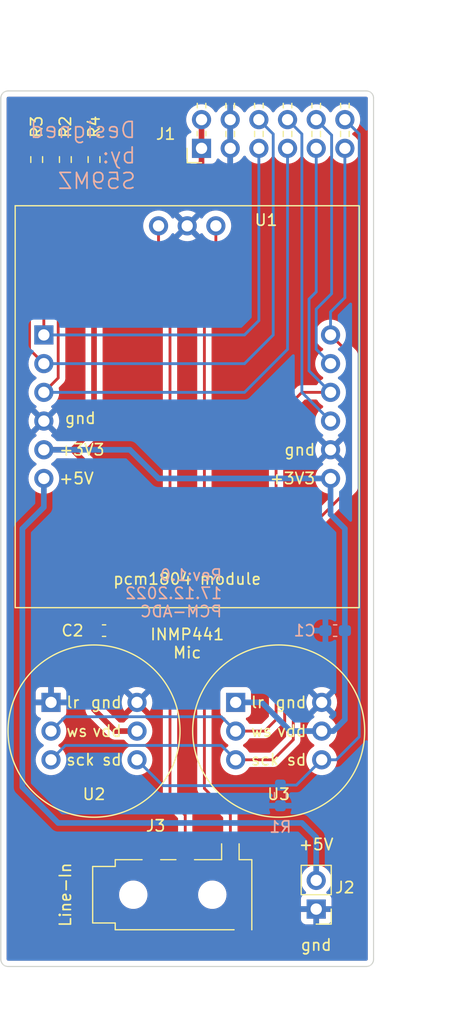
<source format=kicad_pcb>
(kicad_pcb (version 20211014) (generator pcbnew)
  (layers (0 "F.Cu" signal) (31 "B.Cu" signal) (34 "B.Paste" user) (35 "F.Paste" user) (36 "B.SilkS" user "B.Silkscreen") (37 "F.SilkS" user "F.Silkscreen") (38 "B.Mask" user) (39 "F.Mask" user) (44 "Edge.Cuts" user))
  (net 0 "")
  (net 1 "GND")
  (net 2 "+3V3")
  (net 3 "/fmy")
  (net 4 "/md1")
  (net 5 "/md0")
  (net 6 "/sck")
  (net 7 "/lrc")
  (net 8 "/out")
  (net 9 "/bck")
  (net 10 "+5V")
  (net 11 "Net-(J3-PadR1)")
  (net 13 "Net-(J3-PadT)")
  (net 14 "/sd")
  (footprint "Resistor_SMD:R_0603_1608Metric_Pad0.98x0.95mm_HandSolder" (layer "F.Cu") (at 106.045 72.1125 -90)
    (fp_text reference "R4" (at -2.8975 0 90) (layer "F.SilkS"))
    (fp_text value "4k7")
    (fp_line (start -0.254724 -0.5225) (end 0.254724 -0.5225) (layer "F.SilkS") (width 0.12))
    (fp_line (start -0.254724 0.5225) (end 0.254724 0.5225) (layer "F.SilkS") (width 0.12))
    (pad "1" smd roundrect (at -0.9125 0 270) (size 0.975 0.95) (layers "F.Cu" "F.Paste" "F.Mask") (net 2 "+3V3"))
    (pad "2" smd roundrect (at 0.9125 0 270) (size 0.975 0.95) (layers "F.Cu" "F.Paste" "F.Mask") (net 5 "/md0"))
  )
  (footprint "Connector_Audio:Jack_3.5mm_PJ320D_Horizontal" (layer "F.Cu") (at 114.3 137.16)
    (fp_text reference "J3" (at -2.794 -6.096) (layer "F.SilkS"))
    (fp_text value "AudioJack4")
    (fp_line (start 4.6 -3.1) (end 4.6 -4.5) (layer "F.SilkS") (width 0.12))
    (fp_line (start -6.375 2.5) (end -8.375 2.5) (layer "F.SilkS") (width 0.12))
    (fp_line (start 5.725 3.1) (end 5.725 -3.1) (layer "F.SilkS") (width 0.12))
    (fp_line (start -2.35 -3.1) (end -1 -3.1) (layer "F.SilkS") (width 0.12))
    (fp_line (start -6.375 -2.5) (end -8.375 -2.5) (layer "F.SilkS") (width 0.12))
    (fp_line (start -8.375 -2.5) (end -8.375 2.5) (layer "F.SilkS") (width 0.12))
    (fp_line (start -6.375 -3.1) (end -4 -3.1) (layer "F.SilkS") (width 0.12))
    (fp_line (start 3.05 -3.1) (end 3.05 -4.5) (layer "F.SilkS") (width 0.12))
    (fp_line (start -6.375 -3.1) (end -6.375 -2.5) (layer "F.SilkS") (width 0.12))
    (fp_line (start 4.6 -3.1) (end 5.725 -3.1) (layer "F.SilkS") (width 0.12))
    (fp_line (start 0.65 -3.1) (end 3.05 -3.1) (layer "F.SilkS") (width 0.12))
    (fp_line (start -6.375 2.5) (end -6.375 3.1) (layer "F.SilkS") (width 0.12))
    (fp_line (start 4.15 3.1) (end -6.375 3.1) (layer "F.SilkS") (width 0.12))
    (pad "" np_thru_hole circle (at 2.225 0) (size 1.5 1.5) (drill 1.5) (layers *.Cu *.Mask))
    (pad "" np_thru_hole circle (at -4.775 0) (size 1.5 1.5) (drill 1.5) (layers *.Cu *.Mask))
    (pad "R1" smd rect (at -0.175 -3.25) (size 1.2 2.5) (layers "F.Cu" "F.Paste" "F.Mask") (net 11 "Net-(J3-PadR1)"))
    (pad "R2" smd rect (at -3.175 -3.25) (size 1.2 2.5) (layers "F.Cu" "F.Paste" "F.Mask"))
    (pad "S" smd rect (at 4.925 3.25) (size 1.2 2.5) (layers "F.Cu" "F.Paste" "F.Mask") (net 1 "GND"))
    (pad "T" smd rect (at 3.825 -3.25) (size 1.2 2.5) (layers "F.Cu" "F.Paste" "F.Mask") (net 13 "Net-(J3-PadT)"))
  )
  (footprint "pcm:pcm_adc" (layer "F.Cu") (at 101.6 87.63)
    (fp_text reference "U1" (at 19.685 -10.16 unlocked) (layer "F.SilkS"))
    (fp_text value "pcm_adc")
    (fp_text user "+5V" (at 1.27 12.7 unlocked) (layer "F.SilkS") (effects (justify left)))
    (fp_text user "+3V3" (at 1.27 10.16 unlocked) (layer "F.SilkS") (effects (justify left)))
    (fp_text user "gnd" (at 24.13 10.16 unlocked) (layer "F.SilkS") (effects (justify right)))
    (fp_text user "+3V3" (at 24.13 12.7 unlocked) (layer "F.SilkS") (effects (justify right)))
    (fp_text user "gnd" (at 1.778 7.366 unlocked) (layer "F.SilkS") (effects (justify left)))
    (fp_text user "pcm1804 module" (at 12.7 21.59 unlocked) (layer "F.SilkS"))
    (fp_rect (start -2.54 -11.43) (end 27.94 24.13) (layer "F.SilkS") (width 0.12) (fill none))
    (pad "1" thru_hole rect (at 0 0) (size 1.7 1.7) (drill 1) (layers *.Cu *.Mask) (net 3 "/fmy"))
    (pad "2" thru_hole circle (at 0 2.54) (size 1.7 1.7) (drill 1) (layers *.Cu *.Mask) (net 4 "/md1"))
    (pad "3" thru_hole circle (at 0 5.08) (size 1.7 1.7) (drill 1) (layers *.Cu *.Mask) (net 5 "/md0"))
    (pad "4" thru_hole circle (at 0 7.62) (size 1.7 1.7) (drill 1) (layers *.Cu *.Mask) (net 1 "GND"))
    (pad "5" thru_hole circle (at 0 10.16) (size 1.7 1.7) (drill 1) (layers *.Cu *.Mask) (net 2 "+3V3"))
    (pad "6" thru_hole circle (at 0 12.7) (size 1.7 1.7) (drill 1) (layers *.Cu *.Mask) (net 10 "+5V"))
    (pad "7" thru_hole circle (at 25.4 12.7) (size 1.7 1.7) (drill 1) (layers *.Cu *.Mask) (net 2 "+3V3"))
    (pad "8" thru_hole circle (at 25.4 10.16) (size 1.7 1.7) (drill 1) (layers *.Cu *.Mask) (net 1 "GND"))
    (pad "9" thru_hole circle (at 25.4 7.62) (size 1.7 1.7) (drill 1) (layers *.Cu *.Mask) (net 6 "/sck"))
    (pad "10" thru_hole circle (at 25.4 5.08) (size 1.7 1.7) (drill 1) (layers *.Cu *.Mask) (net 7 "/lrc"))
    (pad "11" thru_hole circle (at 25.4 2.54) (size 1.7 1.7) (drill 1) (layers *.Cu *.Mask) (net 8 "/out"))
    (pad "12" thru_hole circle (at 25.4 0) (size 1.7 1.7) (drill 1) (layers *.Cu *.Mask) (net 9 "/bck"))
    (pad "13" thru_hole circle (at 15.24 -9.652) (size 1.7 1.7) (drill 1) (layers *.Cu *.Mask) (net 13 "Net-(J3-PadT)"))
    (pad "14" thru_hole circle (at 12.7 -9.652) (size 1.7 1.7) (drill 1) (layers *.Cu *.Mask) (net 1 "GND"))
    (pad "15" thru_hole circle (at 10.16 -9.652) (size 1.7 1.7) (drill 1) (layers *.Cu *.Mask) (net 11 "Net-(J3-PadR1)"))
  )
  (footprint "Capacitor_SMD:C_0603_1608Metric_Pad1.08x0.95mm_HandSolder" (layer "F.Cu") (at 106.934 113.792)
    (fp_text reference "C2" (at -2.794 0) (layer "F.SilkS"))
    (fp_text value "100n")
    (fp_line (start -0.146267 -0.51) (end 0.146267 -0.51) (layer "F.SilkS") (width 0.12))
    (fp_line (start -0.146267 0.51) (end 0.146267 0.51) (layer "F.SilkS") (width 0.12))
    (pad "1" smd roundrect (at -0.8625 0) (size 1.075 0.95) (layers "F.Cu" "F.Paste" "F.Mask") (net 2 "+3V3"))
    (pad "2" smd roundrect (at 0.8625 0) (size 1.075 0.95) (layers "F.Cu" "F.Paste" "F.Mask") (net 1 "GND"))
  )
  (footprint "Connector_PinHeader_2.54mm:PinHeader_2x06_P2.54mm_Horizontal" (layer "F.Cu") (at 115.57 71.12 90)
    (fp_text reference "J1" (at 1.27 -3.175) (layer "F.SilkS"))
    (fp_text value "pmod")
    (fp_line (start 1.042929 9.78) (end 1.497071 9.78) (layer "F.SilkS") (width 0.12))
    (fp_line (start 3.582929 12.32) (end 3.98 12.32) (layer "F.SilkS") (width 0.12))
    (fp_line (start 3.582929 2.92) (end 3.98 2.92) (layer "F.SilkS") (width 0.12))
    (fp_line (start 3.582929 2.16) (end 3.98 2.16) (layer "F.SilkS") (width 0.12))
    (fp_line (start 1.042929 12.32) (end 1.497071 12.32) (layer "F.SilkS") (width 0.12))
    (fp_line (start 3.582929 9.78) (end 3.98 9.78) (layer "F.SilkS") (width 0.12))
    (fp_line (start 3.582929 -0.38) (end 3.98 -0.38) (layer "F.SilkS") (width 0.12))
    (fp_line (start 1.042929 10.54) (end 1.497071 10.54) (layer "F.SilkS") (width 0.12))
    (fp_line (start 1.11 0.38) (end 1.497071 0.38) (layer "F.SilkS") (width 0.12))
    (fp_line (start -1.27 -1.27) (end 0 -1.27) (layer "F.SilkS") (width 0.12))
    (fp_line (start 3.582929 4.7) (end 3.98 4.7) (layer "F.SilkS") (width 0.12))
    (fp_line (start 3.582929 8) (end 3.98 8) (layer "F.SilkS") (width 0.12))
    (fp_line (start 1.042929 2.92) (end 1.497071 2.92) (layer "F.SilkS") (width 0.12))
    (fp_line (start 1.042929 2.16) (end 1.497071 2.16) (layer "F.SilkS") (width 0.12))
    (fp_line (start 1.11 -0.38) (end 1.497071 -0.38) (layer "F.SilkS") (width 0.12))
    (fp_line (start 3.582929 10.54) (end 3.98 10.54) (layer "F.SilkS") (width 0.12))
    (fp_line (start 1.042929 7.24) (end 1.497071 7.24) (layer "F.SilkS") (width 0.12))
    (fp_line (start 1.042929 13.08) (end 1.497071 13.08) (layer "F.SilkS") (width 0.12))
    (fp_line (start -1.27 0) (end -1.27 -1.27) (layer "F.SilkS") (width 0.12))
    (fp_line (start 1.042929 4.7) (end 1.497071 4.7) (layer "F.SilkS") (width 0.12))
    (fp_line (start 3.582929 0.38) (end 3.98 0.38) (layer "F.SilkS") (width 0.12))
    (fp_line (start 3.582929 7.24) (end 3.98 7.24) (layer "F.SilkS") (width 0.12))
    (fp_line (start 1.042929 5.46) (end 1.497071 5.46) (layer "F.SilkS") (width 0.12))
    (fp_line (start 3.582929 13.08) (end 3.98 13.08) (layer "F.SilkS") (width 0.12))
    (fp_line (start 1.042929 8) (end 1.497071 8) (layer "F.SilkS") (width 0.12))
    (fp_line (start 3.582929 5.46) (end 3.98 5.46) (layer "F.SilkS") (width 0.12))
    (pad "1" thru_hole rect (at 0 0 90) (size 1.7 1.7) (drill 1) (layers *.Cu *.Mask) (net 2 "+3V3"))
    (pad "2" thru_hole oval (at 2.54 0 90) (size 1.7 1.7) (drill 1) (layers *.Cu *.Mask) (net 2 "+3V3"))
    (pad "3" thru_hole oval (at 0 2.54 90) (size 1.7 1.7) (drill 1) (layers *.Cu *.Mask) (net 1 "GND"))
    (pad "4" thru_hole oval (at 2.54 2.54 90) (size 1.7 1.7) (drill 1) (layers *.Cu *.Mask) (net 1 "GND"))
    (pad "5" thru_hole oval (at 0 5.08 90) (size 1.7 1.7) (drill 1) (layers *.Cu *.Mask) (net 3 "/fmy"))
    (pad "6" thru_hole oval (at 2.54 5.08 90) (size 1.7 1.7) (drill 1) (layers *.Cu *.Mask) (net 4 "/md1"))
    (pad "7" thru_hole oval (at 0 7.62 90) (size 1.7 1.7) (drill 1) (layers *.Cu *.Mask) (net 5 "/md0"))
    (pad "8" thru_hole oval (at 2.54 7.62 90) (size 1.7 1.7) (drill 1) (layers *.Cu *.Mask) (net 6 "/sck"))
    (pad "9" thru_hole oval (at 0 10.16 90) (size 1.7 1.7) (drill 1) (layers *.Cu *.Mask) (net 7 "/lrc"))
    (pad "10" thru_hole oval (at 2.54 10.16 90) (size 1.7 1.7) (drill 1) (layers *.Cu *.Mask) (net 8 "/out"))
    (pad "11" thru_hole oval (at 0 12.7 90) (size 1.7 1.7) (drill 1) (layers *.Cu *.Mask) (net 9 "/bck"))
    (pad "12" thru_hole oval (at 2.54 12.7 90) (size 1.7 1.7) (drill 1) (layers *.Cu *.Mask) (net 14 "/sd"))
  )
  (footprint "pcm:inmp441-module" (layer "F.Cu") (at 122.405 122.682)
    (fp_text reference "U3" (at 0 5.588 unlocked) (layer "F.SilkS"))
    (fp_text value "inmp441")
    (fp_text user "sd" (at 2.54 2.54 unlocked) (layer "F.SilkS") (effects (justify right)))
    (fp_text user "lr" (at -2.54 -2.54 unlocked) (layer "F.SilkS") (effects (justify left)))
    (fp_text user "gnd" (at 2.54 -2.54 unlocked) (layer "F.SilkS") (effects (justify right)))
    (fp_text user "sck" (at -2.54 2.54 unlocked) (layer "F.SilkS") (effects (justify left)))
    (fp_text user "vdd" (at 2.54 0 unlocked) (layer "F.SilkS") (effects (justify right)))
    (fp_text user "ws" (at -2.54 0 unlocked) (layer "F.SilkS") (effects (justify left)))
    (fp_circle (center 0 0) (end 0 -7.62) (layer "F.SilkS") (width 0.12) (fill none))
    (pad "1" thru_hole rect (at -3.81 -2.54) (size 1.7 1.7) (drill 1) (layers *.Cu *.Mask) (net 2 "+3V3"))
    (pad "2" thru_hole circle (at -3.81 0) (size 1.7 1.7) (drill 1) (layers *.Cu *.Mask) (net 7 "/lrc"))
    (pad "3" thru_hole circle (at -3.81 2.54) (size 1.7 1.7) (drill 1) (layers *.Cu *.Mask) (net 9 "/bck"))
    (pad "4" thru_hole circle (at 3.81 2.54) (size 1.7 1.7) (drill 1) (layers *.Cu *.Mask) (net 14 "/sd"))
    (pad "5" thru_hole circle (at 3.81 0) (size 1.7 1.7) (drill 1) (layers *.Cu *.Mask) (net 2 "+3V3"))
    (pad "6" thru_hole circle (at 3.81 -2.54) (size 1.7 1.7) (drill 1) (layers *.Cu *.Mask) (net 1 "GND"))
  )
  (footprint "pcm:inmp441-module" (layer "F.Cu") (at 106.045 122.682)
    (fp_text reference "U2" (at 0 5.588 unlocked) (layer "F.SilkS"))
    (fp_text value "inmp441")
    (fp_text user "lr" (at -2.54 -2.54 unlocked) (layer "F.SilkS") (effects (justify left)))
    (fp_text user "gnd" (at 2.54 -2.54 unlocked) (layer "F.SilkS") (effects (justify right)))
    (fp_text user "sd" (at 2.54 2.54 unlocked) (layer "F.SilkS") (effects (justify right)))
    (fp_text user "sck" (at -2.54 2.54 unlocked) (layer "F.SilkS") (effects (justify left)))
    (fp_text user "vdd" (at 2.54 0 unlocked) (layer "F.SilkS") (effects (justify right)))
    (fp_text user "ws" (at -2.54 0 unlocked) (layer "F.SilkS") (effects (justify left)))
    (fp_circle (center 0 0) (end 0 -7.62) (layer "F.SilkS") (width 0.12) (fill none))
    (pad "1" thru_hole rect (at -3.81 -2.54) (size 1.7 1.7) (drill 1) (layers *.Cu *.Mask) (net 1 "GND"))
    (pad "2" thru_hole circle (at -3.81 0) (size 1.7 1.7) (drill 1) (layers *.Cu *.Mask) (net 7 "/lrc"))
    (pad "3" thru_hole circle (at -3.81 2.54) (size 1.7 1.7) (drill 1) (layers *.Cu *.Mask) (net 9 "/bck"))
    (pad "4" thru_hole circle (at 3.81 2.54) (size 1.7 1.7) (drill 1) (layers *.Cu *.Mask) (net 14 "/sd"))
    (pad "5" thru_hole circle (at 3.81 0) (size 1.7 1.7) (drill 1) (layers *.Cu *.Mask) (net 2 "+3V3"))
    (pad "6" thru_hole circle (at 3.81 -2.54) (size 1.7 1.7) (drill 1) (layers *.Cu *.Mask) (net 1 "GND"))
  )
  (footprint "Resistor_SMD:R_0603_1608Metric_Pad0.98x0.95mm_HandSolder" (layer "F.Cu") (at 100.965 72.1125 90)
    (fp_text reference "R3" (at 2.8975 0 90) (layer "F.SilkS"))
    (fp_text value "4k7")
    (fp_line (start -0.254724 -0.5225) (end 0.254724 -0.5225) (layer "F.SilkS") (width 0.12))
    (fp_line (start -0.254724 0.5225) (end 0.254724 0.5225) (layer "F.SilkS") (width 0.12))
    (pad "1" smd roundrect (at -0.9125 0 90) (size 0.975 0.95) (layers "F.Cu" "F.Paste" "F.Mask") (net 4 "/md1"))
    (pad "2" smd roundrect (at 0.9125 0 90) (size 0.975 0.95) (layers "F.Cu" "F.Paste" "F.Mask") (net 1 "GND"))
  )
  (footprint "Resistor_SMD:R_0603_1608Metric_Pad0.98x0.95mm_HandSolder" (layer "F.Cu") (at 103.505 72.1125 90)
    (fp_text reference "R2" (at 2.8975 0 90) (layer "F.SilkS"))
    (fp_text value "4k7")
    (fp_line (start -0.254724 -0.5225) (end 0.254724 -0.5225) (layer "F.SilkS") (width 0.12))
    (fp_line (start -0.254724 0.5225) (end 0.254724 0.5225) (layer "F.SilkS") (width 0.12))
    (pad "1" smd roundrect (at -0.9125 0 90) (size 0.975 0.95) (layers "F.Cu" "F.Paste" "F.Mask") (net 3 "/fmy"))
    (pad "2" smd roundrect (at 0.9125 0 90) (size 0.975 0.95) (layers "F.Cu" "F.Paste" "F.Mask") (net 1 "GND"))
  )
  (footprint "Connector_PinHeader_2.54mm:PinHeader_1x02_P2.54mm_Vertical" (layer "F.Cu") (at 125.73 138.43 180)
    (fp_text reference "J2" (at -2.54 1.905) (layer "F.SilkS"))
    (fp_text value "+5V")
    (fp_line (start -1.33 3.87) (end 1.33 3.87) (layer "F.SilkS") (width 0.12))
    (fp_line (start -1.33 -1.33) (end 0 -1.33) (layer "F.SilkS") (width 0.12))
    (fp_line (start -1.33 1.27) (end 1.33 1.27) (layer "F.SilkS") (width 0.12))
    (fp_line (start -1.33 1.27) (end -1.33 3.87) (layer "F.SilkS") (width 0.12))
    (fp_line (start -1.33 0) (end -1.33 -1.33) (layer "F.SilkS") (width 0.12))
    (fp_line (start 1.33 1.27) (end 1.33 3.87) (layer "F.SilkS") (width 0.12))
    (pad "1" thru_hole rect (at 0 0 180) (size 1.7 1.7) (drill 1) (layers *.Cu *.Mask) (net 1 "GND"))
    (pad "2" thru_hole oval (at 0 2.54 180) (size 1.7 1.7) (drill 1) (layers *.Cu *.Mask) (net 10 "+5V"))
  )
  (footprint "Capacitor_SMD:C_0603_1608Metric_Pad1.08x0.95mm_HandSolder" (layer "B.Cu") (at 127.4075 113.792 180)
    (fp_text reference "C1" (at 2.6935 0) (layer "B.SilkS") (effects (justify mirror)))
    (fp_text value "100n")
    (fp_line (start -0.146267 0.51) (end 0.146267 0.51) (layer "B.SilkS") (width 0.12))
    (fp_line (start -0.146267 -0.51) (end 0.146267 -0.51) (layer "B.SilkS") (width 0.12))
    (pad "1" smd roundrect (at -0.8625 0 180) (size 1.075 0.95) (layers "B.Cu" "B.Paste" "B.Mask") (net 2 "+3V3"))
    (pad "2" smd roundrect (at 0.8625 0 180) (size 1.075 0.95) (layers "B.Cu" "B.Paste" "B.Mask") (net 1 "GND"))
  )
  (footprint "Resistor_SMD:R_0603_1608Metric_Pad0.98x0.95mm_HandSolder" (layer "B.Cu") (at 122.555 128.3735 -90)
    (fp_text reference "R1" (at 2.794 0) (layer "B.SilkS") (effects (justify mirror)))
    (fp_text value "100k")
    (fp_line (start -0.254724 0.5225) (end 0.254724 0.5225) (layer "B.SilkS") (width 0.12))
    (fp_line (start -0.254724 -0.5225) (end 0.254724 -0.5225) (layer "B.SilkS") (width 0.12))
    (pad "1" smd roundrect (at -0.9125 0 270) (size 0.975 0.95) (layers "B.Cu" "B.Paste" "B.Mask") (net 14 "/sd"))
    (pad "2" smd roundrect (at 0.9125 0 270) (size 0.975 0.95) (layers "B.Cu" "B.Paste" "B.Mask") (net 1 "GND"))
  )
  (gr_arc (start 97.79 66.675) (mid 97.975987 66.225987) (end 98.425 66.04) (layer "Edge.Cuts") (width 0.1))
  (gr_line (start 97.79 142.875) (end 97.79 66.675) (layer "Edge.Cuts") (width 0.1))
  (gr_line (start 130.175 143.51) (end 98.425 143.51) (layer "Edge.Cuts") (width 0.1))
  (gr_arc (start 130.81 142.875) (mid 130.624013 143.324013) (end 130.175 143.51) (layer "Edge.Cuts") (width 0.1))
  (gr_arc (start 98.425 143.51) (mid 97.975987 143.324013) (end 97.79 142.875) (layer "Edge.Cuts") (width 0.1))
  (gr_line (start 98.425 66.04) (end 130.175 66.04) (layer "Edge.Cuts") (width 0.1))
  (gr_line (start 130.81 66.675) (end 130.81 142.875) (layer "Edge.Cuts") (width 0.1))
  (gr_arc (start 130.175 66.04) (mid 130.624013 66.225987) (end 130.81 66.675) (layer "Edge.Cuts") (width 0.1))
  (gr_text "Rev:1.0\n17.12.2022\nPCM-ADC" (at 117.475 110.49) (layer "B.SilkS") (effects (font (size 1 1)) (justify left mirror)))
  (gr_text "Designed\nby:\nS59MZ" (at 109.855 71.755) (layer "B.SilkS") (effects (font (size 1.4 1.4)) (justify left mirror)))
  (gr_text "Line-In" (at 103.505 137.16 90) (layer "F.SilkS") (effects (font (size 1 1))))
  (gr_text "gnd" (at 125.73 141.605) (layer "F.SilkS") (effects (font (size 1 1))))
  (gr_text "INMP441\nMic" (at 114.3 114.935) (layer "F.SilkS") (effects (font (size 1 1))))
  (gr_text "+5V" (at 125.73 132.715) (layer "F.SilkS") (effects (font (size 1 1))))
  (segment (start 115.57 68.58) (end 115.57 71.12) (width 0.5) (layer "F.Cu") (net 2))
  (segment (start 106.045 108.585) (end 106.045 99.695) (width 0.5) (layer "F.Cu") (net 2))
  (segment (start 104.14 97.79) (end 106.045 95.885) (width 0.5) (layer "F.Cu") (net 2))
  (segment (start 106.045 95.885) (end 106.045 78.105) (width 0.5) (layer "F.Cu") (net 2))
  (segment (start 109.855 74.295) (end 113.665 74.295) (width 0.5) (layer "F.Cu") (net 2))
  (segment (start 109.855 122.682) (end 107.95 122.682) (width 0.5) (layer "F.Cu") (net 2))
  (segment (start 106.045 78.105) (end 109.855 74.295) (width 0.5) (layer "F.Cu") (net 2))
  (segment (start 115.57 72.39) (end 115.57 71.12) (width 0.5) (layer "F.Cu") (net 2))
  (segment (start 109.855 74.295) (end 109.855 72.39) (width 0.5) (layer "F.Cu") (net 2))
  (segment (start 106.045 115.697) (end 106.045 108.585) (width 0.5) (layer "F.Cu") (net 2))
  (segment (start 109.855 72.39) (end 108.665 71.2) (width 0.5) (layer "F.Cu") (net 2))
  (segment (start 106.045 99.695) (end 104.14 97.79) (width 0.5) (layer "F.Cu") (net 2))
  (segment (start 106.045 120.777) (end 106.045 115.697) (width 0.5) (layer "F.Cu") (net 2))
  (segment (start 104.14 97.79) (end 101.6 97.79) (width 0.5) (layer "F.Cu") (net 2))
  (segment (start 113.665 74.295) (end 115.57 72.39) (width 0.5) (layer "F.Cu") (net 2))
  (segment (start 108.665 71.2) (end 106.045 71.2) (width 0.5) (layer "F.Cu") (net 2))
  (segment (start 107.95 122.682) (end 106.045 120.777) (width 0.5) (layer "F.Cu") (net 2))
  (segment (start 123.444 122.682) (end 126.215 122.682) (width 0.5) (layer "B.Cu") (net 2))
  (segment (start 128.27 104.775) (end 127 103.505) (width 0.5) (layer "B.Cu") (net 2))
  (segment (start 126.215 122.682) (end 127.254 122.682) (width 0.5) (layer "B.Cu") (net 2))
  (segment (start 118.595 120.142) (end 120.904 120.142) (width 0.5) (layer "B.Cu") (net 2))
  (segment (start 127 103.505) (end 127 100.33) (width 0.5) (layer "B.Cu") (net 2))
  (segment (start 127 100.33) (end 111.76 100.33) (width 0.5) (layer "B.Cu") (net 2))
  (segment (start 120.904 120.142) (end 123.444 122.682) (width 0.5) (layer "B.Cu") (net 2))
  (segment (start 128.27 121.666) (end 128.27 104.775) (width 0.5) (layer "B.Cu") (net 2))
  (segment (start 127.254 122.682) (end 128.27 121.666) (width 0.5) (layer "B.Cu") (net 2))
  (segment (start 109.22 97.79) (end 101.6 97.79) (width 0.5) (layer "B.Cu") (net 2))
  (segment (start 111.76 100.33) (end 109.22 97.79) (width 0.5) (layer "B.Cu") (net 2))
  (segment (start 101.6 76.835) (end 103.505 74.93) (width 0.25) (layer "F.Cu") (net 3))
  (segment (start 101.6 87.63) (end 101.6 76.835) (width 0.25) (layer "F.Cu") (net 3))
  (segment (start 103.505 74.93) (end 103.505 73.025) (width 0.25) (layer "F.Cu") (net 3))
  (segment (start 101.6 87.63) (end 119.38 87.63) (width 0.25) (layer "B.Cu") (net 3))
  (segment (start 119.38 87.63) (end 120.65 86.36) (width 0.25) (layer "B.Cu") (net 3))
  (segment (start 120.65 86.36) (end 120.65 71.12) (width 0.25) (layer "B.Cu") (net 3))
  (segment (start 100.965 76.2) (end 100.965 73.025) (width 0.25) (layer "F.Cu") (net 4))
  (segment (start 101.6 90.17) (end 100.33 88.9) (width 0.25) (layer "F.Cu") (net 4))
  (segment (start 100.33 76.835) (end 100.965 76.2) (width 0.25) (layer "F.Cu") (net 4))
  (segment (start 100.33 88.9) (end 100.33 76.835) (width 0.25) (layer "F.Cu") (net 4))
  (segment (start 101.6 90.17) (end 119.38 90.17) (width 0.25) (layer "B.Cu") (net 4))
  (segment (start 121.92 87.63) (end 121.92 69.85) (width 0.25) (layer "B.Cu") (net 4))
  (segment (start 121.92 69.85) (end 120.65 68.58) (width 0.25) (layer "B.Cu") (net 4))
  (segment (start 119.38 90.17) (end 121.92 87.63) (width 0.25) (layer "B.Cu") (net 4))
  (segment (start 101.6 92.71) (end 102.87 91.44) (width 0.25) (layer "F.Cu") (net 5))
  (segment (start 106.045 74.295) (end 106.045 73.025) (width 0.25) (layer "F.Cu") (net 5))
  (segment (start 102.87 77.47) (end 106.045 74.295) (width 0.25) (layer "F.Cu") (net 5))
  (segment (start 102.87 91.44) (end 102.87 77.47) (width 0.25) (layer "F.Cu") (net 5))
  (segment (start 123.19 88.9) (end 119.38 92.71) (width 0.25) (layer "B.Cu") (net 5))
  (segment (start 119.38 92.71) (end 101.6 92.71) (width 0.25) (layer "B.Cu") (net 5))
  (segment (start 123.19 71.12) (end 123.19 88.9) (width 0.25) (layer "B.Cu") (net 5))
  (segment (start 127 95.25) (end 124.46 92.71) (width 0.25) (layer "B.Cu") (net 6))
  (segment (start 124.46 92.71) (end 124.46 69.85) (width 0.25) (layer "B.Cu") (net 6))
  (segment (start 124.46 69.85) (end 123.19 68.58) (width 0.25) (layer "B.Cu") (net 6))
  (segment (start 122.174 121.666) (end 122.174 94.996) (width 0.25) (layer "F.Cu") (net 7))
  (segment (start 121.158 122.682) (end 122.174 121.666) (width 0.25) (layer "F.Cu") (net 7))
  (segment (start 118.595 122.682) (end 121.158 122.682) (width 0.25) (layer "F.Cu") (net 7))
  (segment (start 122.174 94.996) (end 124.46 92.71) (width 0.25) (layer "F.Cu") (net 7))
  (segment (start 124.46 92.71) (end 127 92.71) (width 0.25) (layer "F.Cu") (net 7))
  (segment (start 118.595 122.682) (end 117.325 121.412) (width 0.25) (layer "B.Cu") (net 7))
  (segment (start 125.73 83.82) (end 125.73 71.12) (width 0.25) (layer "B.Cu") (net 7))
  (segment (start 125.095 84.455) (end 125.73 83.82) (width 0.25) (layer "B.Cu") (net 7))
  (segment (start 127 92.71) (end 125.095 90.805) (width 0.25) (layer "B.Cu") (net 7))
  (segment (start 117.325 121.412) (end 103.505 121.412) (width 0.25) (layer "B.Cu") (net 7))
  (segment (start 125.095 90.805) (end 125.095 84.455) (width 0.25) (layer "B.Cu") (net 7))
  (segment (start 103.505 121.412) (end 102.235 122.682) (width 0.25) (layer "B.Cu") (net 7))
  (segment (start 127.095 69.945) (end 125.73 68.58) (width 0.25) (layer "B.Cu") (net 8))
  (segment (start 125.73 85.344) (end 127.095 83.979) (width 0.25) (layer "B.Cu") (net 8))
  (segment (start 125.73 88.9) (end 125.73 85.344) (width 0.25) (layer "B.Cu") (net 8))
  (segment (start 127.095 83.979) (end 127.095 69.945) (width 0.25) (layer "B.Cu") (net 8))
  (segment (start 127 90.17) (end 125.73 88.9) (width 0.25) (layer "B.Cu") (net 8))
  (segment (start 128.778 101.092) (end 128.778 89.408) (width 0.25) (layer "F.Cu") (net 9))
  (segment (start 128.778 89.408) (end 127 87.63) (width 0.25) (layer "F.Cu") (net 9))
  (segment (start 123.698 106.172) (end 128.778 101.092) (width 0.25) (layer "F.Cu") (net 9))
  (segment (start 121.92 125.222) (end 123.698 123.444) (width 0.25) (layer "F.Cu") (net 9))
  (segment (start 118.595 125.222) (end 121.92 125.222) (width 0.25) (layer "F.Cu") (net 9))
  (segment (start 123.698 123.444) (end 123.698 106.172) (width 0.25) (layer "F.Cu") (net 9))
  (segment (start 127 85.598) (end 128.27 84.328) (width 0.25) (layer "B.Cu") (net 9))
  (segment (start 103.505 123.952) (end 102.235 125.222) (width 0.25) (layer "B.Cu") (net 9))
  (segment (start 128.27 84.328) (end 128.27 71.12) (width 0.25) (layer "B.Cu") (net 9))
  (segment (start 117.325 123.952) (end 103.505 123.952) (width 0.25) (layer "B.Cu") (net 9))
  (segment (start 127 87.63) (end 127 85.598) (width 0.25) (layer "B.Cu") (net 9))
  (segment (start 118.595 125.222) (end 117.325 123.952) (width 0.25) (layer "B.Cu") (net 9))
  (segment (start 102.87 130.81) (end 124.46 130.81) (width 0.5) (layer "B.Cu") (net 10))
  (segment (start 125.73 132.08) (end 125.73 135.89) (width 0.5) (layer "B.Cu") (net 10))
  (segment (start 124.46 130.81) (end 125.73 132.08) (width 0.5) (layer "B.Cu") (net 10))
  (segment (start 99.695 104.775) (end 99.695 127.635) (width 0.5) (layer "B.Cu") (net 10))
  (segment (start 101.6 102.87) (end 99.695 104.775) (width 0.5) (layer "B.Cu") (net 10))
  (segment (start 101.6 100.33) (end 101.6 102.87) (width 0.5) (layer "B.Cu") (net 10))
  (segment (start 99.695 127.635) (end 102.87 130.81) (width 0.5) (layer "B.Cu") (net 10))
  (segment (start 114.125 130.127) (end 114.125 133.91) (width 0.25) (layer "F.Cu") (net 11))
  (segment (start 112.776 81.788) (end 112.776 128.778) (width 0.25) (layer "F.Cu") (net 11))
  (segment (start 111.76 80.772) (end 112.776 81.788) (width 0.25) (layer "F.Cu") (net 11))
  (segment (start 111.76 77.978) (end 111.76 80.772) (width 0.25) (layer "F.Cu") (net 11))
  (segment (start 112.776 128.778) (end 114.125 130.127) (width 0.25) (layer "F.Cu") (net 11))
  (segment (start 116.84 80.772) (end 115.824 81.788) (width 0.25) (layer "F.Cu") (net 13))
  (segment (start 115.824 98.044) (end 115.824 127.762) (width 0.25) (layer "F.Cu") (net 13))
  (segment (start 118.125 130.063) (end 118.125 133.91) (width 0.25) (layer "F.Cu") (net 13))
  (segment (start 115.824 127.762) (end 118.125 130.063) (width 0.25) (layer "F.Cu") (net 13))
  (segment (start 116.84 77.978) (end 116.84 80.772) (width 0.25) (layer "F.Cu") (net 13))
  (segment (start 115.824 81.788) (end 115.824 98.044) (width 0.25) (layer "F.Cu") (net 13))
  (segment (start 122.508 127.508) (end 122.555 127.461) (width 0.25) (layer "B.Cu") (net 14))
  (segment (start 129.54 123.19) (end 127.508 125.222) (width 0.25) (layer "B.Cu") (net 14))
  (segment (start 129.54 69.85) (end 129.54 123.19) (width 0.25) (layer "B.Cu") (net 14))
  (segment (start 127.508 125.222) (end 126.215 125.222) (width 0.25) (layer "B.Cu") (net 14))
  (segment (start 122.555 127.461) (end 123.976 127.461) (width 0.25) (layer "B.Cu") (net 14))
  (segment (start 109.855 125.222) (end 112.141 127.508) (width 0.25) (layer "B.Cu") (net 14))
  (segment (start 112.141 127.508) (end 122.508 127.508) (width 0.25) (layer "B.Cu") (net 14))
  (segment (start 123.976 127.461) (end 126.215 125.222) (width 0.25) (layer "B.Cu") (net 14))
  (segment (start 128.27 68.58) (end 129.54 69.85) (width 0.25) (layer "B.Cu") (net 14))
  (zone (net 1) (net_name "GND") (layers F&B.Cu) (connect_pads (clearance 0.508)) (min_thickness 0.254) (fill yes (thermal_gap 0.508) (thermal_bridge_width 0.508))
    (polygon (pts (xy 130.81 143.51) (xy 97.79 143.51) (xy 97.79 66.04) (xy 130.81 66.04)))
  )
)
</source>
